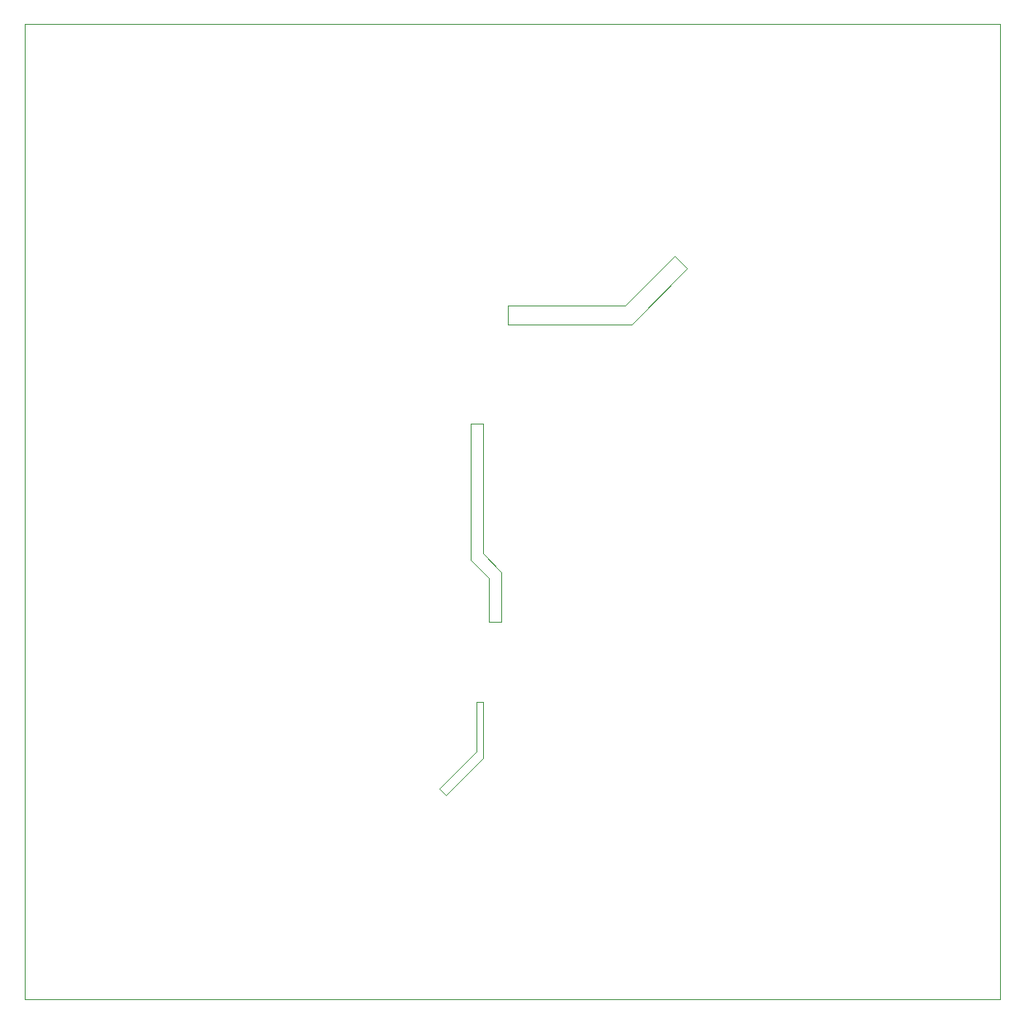
<source format=gbr>
G04 #@! TF.GenerationSoftware,KiCad,Pcbnew,5.1.2-f72e74a~84~ubuntu18.04.1*
G04 #@! TF.CreationDate,2019-05-07T20:49:25+02:00*
G04 #@! TF.ProjectId,slow-cooker,736c6f77-2d63-46f6-9f6b-65722e6b6963,rev?*
G04 #@! TF.SameCoordinates,Original*
G04 #@! TF.FileFunction,Profile,NP*
%FSLAX46Y46*%
G04 Gerber Fmt 4.6, Leading zero omitted, Abs format (unit mm)*
G04 Created by KiCad (PCBNEW 5.1.2-f72e74a~84~ubuntu18.04.1) date 2019-05-07 20:49:25*
%MOMM*%
%LPD*%
G04 APERTURE LIST*
%ADD10C,0.050000*%
%ADD11C,0.025000*%
G04 APERTURE END LIST*
D10*
X150495000Y-115570000D02*
X149860000Y-115570000D01*
X150495000Y-121285000D02*
X150495000Y-115570000D01*
X146685000Y-125095000D02*
X150495000Y-121285000D01*
X146050000Y-124460000D02*
X146685000Y-125095000D01*
X149860000Y-120650000D02*
X146050000Y-124460000D01*
X149860000Y-115570000D02*
X149860000Y-120650000D01*
X152400000Y-102235000D02*
X150495000Y-100330000D01*
X152400000Y-107315000D02*
X152400000Y-102235000D01*
X151130000Y-107315000D02*
X152400000Y-107315000D01*
X151130000Y-102870000D02*
X151130000Y-107315000D01*
X150495000Y-86995000D02*
X149225000Y-86995000D01*
X150495000Y-100330000D02*
X150495000Y-86995000D01*
X149225000Y-100965000D02*
X151130000Y-102870000D01*
X149225000Y-86995000D02*
X149225000Y-100965000D01*
X171450000Y-71120000D02*
X170180000Y-69850000D01*
X165735000Y-76835000D02*
X171450000Y-71120000D01*
X153035000Y-76835000D02*
X165735000Y-76835000D01*
X153035000Y-74930000D02*
X153035000Y-76835000D01*
X165100000Y-74930000D02*
X153035000Y-74930000D01*
X170180000Y-69850000D02*
X165100000Y-74930000D01*
D11*
X103505000Y-146050000D02*
X203505000Y-146050000D01*
X103505000Y-146050000D02*
X103505000Y-46050000D01*
X103505000Y-46050000D02*
X203505000Y-46050000D01*
X203505000Y-46050000D02*
X203505000Y-146050000D01*
M02*

</source>
